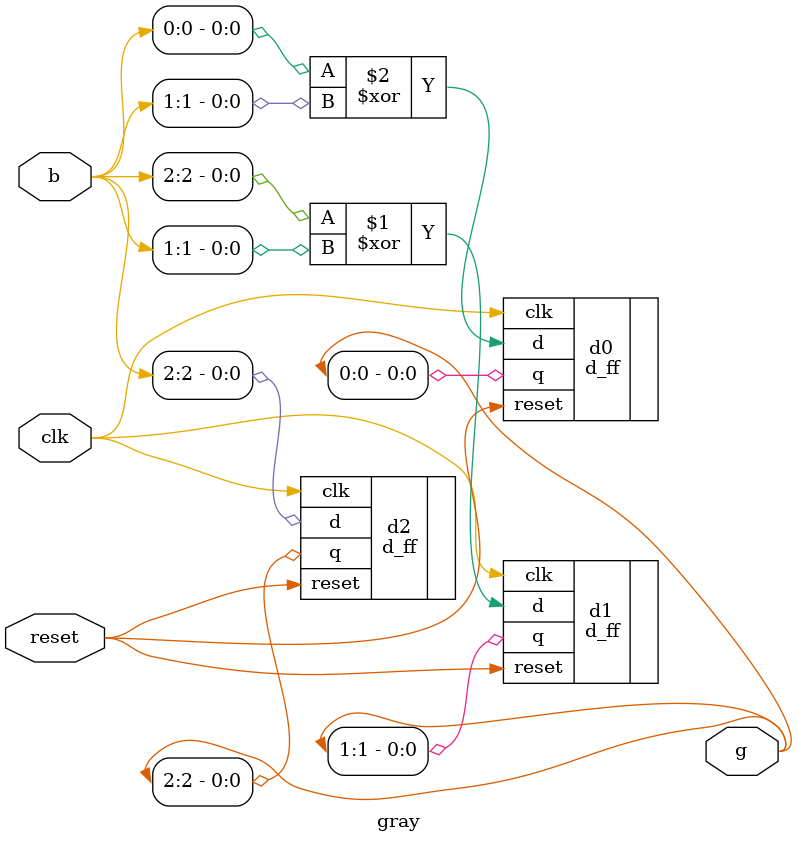
<source format=v>
module gray(
input [2:0]b,
input clk,reset,
output [2:0]g
);

d_ff d2(.d(b[2]),.clk(clk),.reset(reset),.q(g[2]));
d_ff d1(.d(b[2]^b[1]),.clk(clk),.reset(reset),.q(g[1]));
d_ff d0(.d(b[0]^b[1]),.clk(clk),.reset(reset),.q(g[0]));







endmodule

</source>
